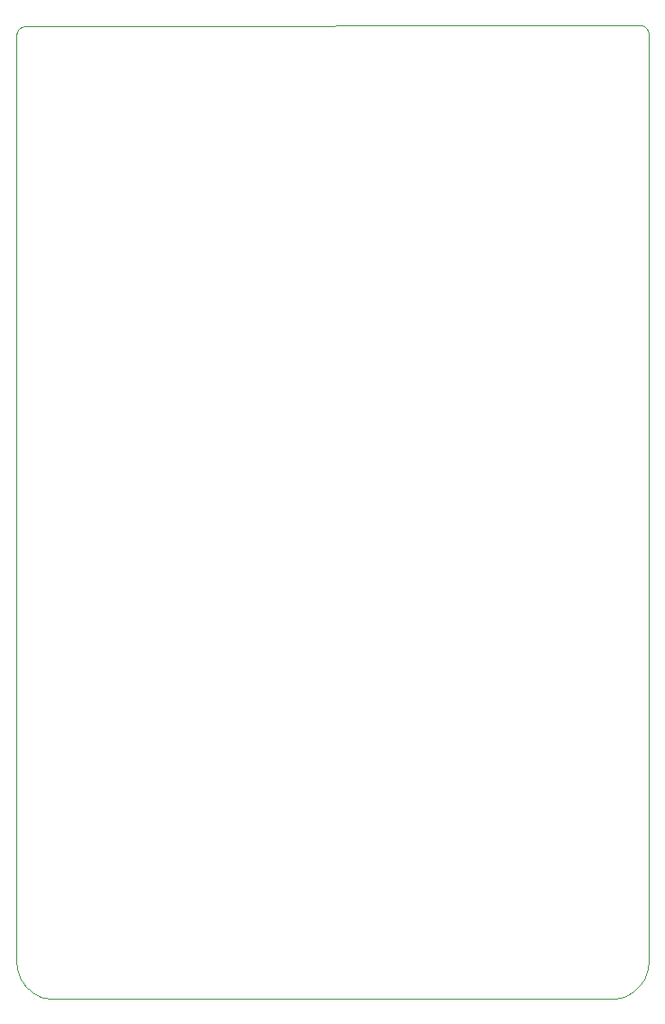
<source format=gm1>
G04*
G04 #@! TF.GenerationSoftware,Altium Limited,Altium Designer,21.0.8 (223)*
G04*
G04 Layer_Color=16711935*
%FSLAX25Y25*%
%MOIN*%
G70*
G04*
G04 #@! TF.SameCoordinates,24B65C91-686E-4BDF-BE13-0E35A49C72FF*
G04*
G04*
G04 #@! TF.FilePolarity,Positive*
G04*
G01*
G75*
%ADD13C,0.00394*%
D13*
X-4500Y359000D02*
X-5427Y358853D01*
X-6263Y358427D01*
X-6927Y357763D01*
X-7353Y356927D01*
X-7500Y356000D01*
X226000Y356500D02*
X225853Y357427D01*
X225427Y358263D01*
X224763Y358927D01*
X223927Y359353D01*
X223000Y359500D01*
X212000Y1D02*
X212999Y37D01*
X213992Y144D01*
X214976Y321D01*
X215944Y568D01*
X216893Y884D01*
X217816Y1266D01*
X218709Y1714D01*
X219569Y2224D01*
X220390Y2794D01*
X221168Y3421D01*
X221900Y4102D01*
X222581Y4833D01*
X223208Y5611D01*
X223778Y6432D01*
X224288Y7292D01*
X224735Y8185D01*
X225117Y9109D01*
X225433Y10057D01*
X225680Y11025D01*
X225857Y12009D01*
X225964Y13002D01*
X226000Y14001D01*
X-7500Y14000D02*
X-7464Y13001D01*
X-7357Y12008D01*
X-7180Y11024D01*
X-6933Y10056D01*
X-6617Y9108D01*
X-6235Y8184D01*
X-5787Y7290D01*
X-5277Y6431D01*
X-4707Y5610D01*
X-4080Y4832D01*
X-3399Y4101D01*
X-2668Y3419D01*
X-1890Y2792D01*
X-1069Y2222D01*
X-209Y1712D01*
X684Y1265D01*
X1608Y883D01*
X2556Y567D01*
X3524Y320D01*
X4508Y143D01*
X5501Y36D01*
X6500Y0D01*
X-4500Y358982D02*
X223000Y359515D01*
X226000Y14001D02*
X226000Y356500D01*
X-7500Y14000D02*
X-7500Y356000D01*
X6500Y0D02*
X212000Y0D01*
M02*

</source>
